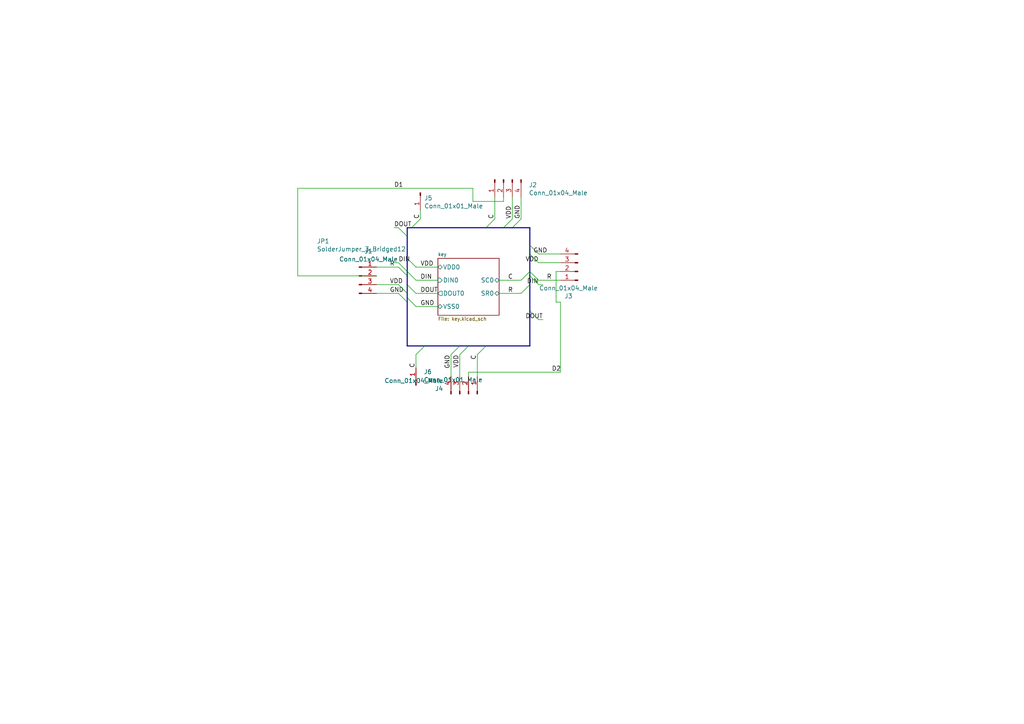
<source format=kicad_sch>
(kicad_sch (version 20211123) (generator eeschema)
  (paper "A4")
  (title_block (date "15 sep 2015"))
  (lib_symbols
    (symbol "Connector:Conn_01x01_Male" (pin_names (offset 1.016) hide)
      (property "Reference" "J" (at 0 2.54 0))
      (property "Value" "Conn_01x01_Male" (at 0 -2.54 0))
      (symbol "Conn_01x01_Male_1_1"
        (polyline (pts (xy 1.27 0) (xy 0.8636 0)) (stroke (width 0.1524)))
        (rectangle (start 0.8636 0.127) (end 0 -0.127) (stroke (width 0.1524)) (fill (type outline)))
        (pin passive line (at 5.08 0 180) (length 3.81) (name "Pin_1") (number "1"))
      )
    )
    (symbol "Connector:Conn_01x04_Male" (pin_names (offset 1.016) hide)
      (property "Reference" "J" (at 0 5.08 0))
      (property "Value" "Conn_01x04_Male" (at 0 -7.62 0))
      (symbol "Conn_01x04_Male_1_1"
        (polyline (pts (xy 1.27 -5.08) (xy 0.8636 -5.08)) (stroke (width 0.1524)))
        (polyline (pts (xy 1.27 -2.54) (xy 0.8636 -2.54)) (stroke (width 0.1524)))
        (polyline (pts (xy 1.27 0) (xy 0.8636 0)) (stroke (width 0.1524)))
        (polyline (pts (xy 1.27 2.54) (xy 0.8636 2.54)) (stroke (width 0.1524)))
        (rectangle (start 0.8636 -4.953) (end 0 -5.207) (stroke (width 0.1524)) (fill (type outline)))
        (rectangle (start 0.8636 -2.413) (end 0 -2.667) (stroke (width 0.1524)) (fill (type outline)))
        (rectangle (start 0.8636 0.127) (end 0 -0.127) (stroke (width 0.1524)) (fill (type outline)))
        (rectangle (start 0.8636 2.667) (end 0 2.413) (stroke (width 0.1524)) (fill (type outline)))
        (pin passive line (at 5.08 2.54 180) (length 3.81) (name "Pin_1") (number "1"))
        (pin passive line (at 5.08 0 180) (length 3.81) (name "Pin_2") (number "2"))
        (pin passive line (at 5.08 -2.54 180) (length 3.81) (name "Pin_3") (number "3"))
        (pin passive line (at 5.08 -5.08 180) (length 3.81) (name "Pin_4") (number "4"))
      )
    )
  )
  (bus_entry (at 115.57 77.47) (size 2.54 2.54))
  (bus_entry (at 148.59 66.04) (size 2.54 -2.54))
  (bus_entry (at 156.21 92.71) (size -2.54 -2.54))
  (bus_entry (at 118.11 82.55) (size 2.54 2.54))
  (bus_entry (at 118.11 74.93) (size 2.54 2.54))
  (bus_entry (at 156.21 76.2) (size -2.54 -2.54))
  (bus_entry (at 115.57 85.09) (size 2.54 2.54))
  (bus_entry (at 151.13 81.28) (size 2.54 -2.54))
  (bus_entry (at 118.11 78.74) (size 2.54 2.54))
  (bus_entry (at 115.57 82.55) (size 2.54 2.54))
  (bus_entry (at 135.89 100.33) (size -2.54 2.54))
  (bus_entry (at 146.05 66.04) (size 2.54 -2.54))
  (bus_entry (at 140.97 66.04) (size 2.54 -2.54))
  (bus_entry (at 115.57 76.2) (size 2.54 2.54))
  (bus_entry (at 140.97 100.33) (size -2.54 2.54))
  (bus_entry (at 156.21 73.66) (size -2.54 -2.54))
  (bus_entry (at 118.11 86.36) (size 2.54 2.54))
  (bus_entry (at 156.21 81.28) (size -2.54 -2.54))
  (bus_entry (at 120.65 102.87) (size 2.54 -2.54))
  (bus_entry (at 156.21 82.55) (size -2.54 -2.54))
  (bus_entry (at 151.13 85.09) (size 2.54 -2.54))
  (bus_entry (at 133.35 100.33) (size -2.54 2.54))
  (bus_entry (at 119.38 66.04) (size 2.54 -2.54))
  (bus_entry (at 115.57 66.04) (size 2.54 2.54))
  (bus (pts (xy 118.11 74.93) (xy 118.11 78.74)))
  (wire (pts (xy 115.57 76.2) (xy 114.3 76.2)))
  (bus (pts (xy 153.67 78.74) (xy 153.67 80.01)))
  (wire (pts (xy 133.35 109.22) (xy 133.35 102.87)))
  (bus (pts (xy 118.11 82.55) (xy 118.11 85.09)))
  (wire (pts (xy 161.29 78.74) (xy 161.29 87.63)))
  (wire (pts (xy 148.59 63.5) (xy 148.59 57.15)))
  (bus (pts (xy 153.67 73.66) (xy 153.67 78.74)))
  (bus (pts (xy 153.67 80.01) (xy 153.67 82.55)))
  (wire (pts (xy 146.05 58.42) (xy 137.16 58.42)))
  (wire (pts (xy 151.13 57.15) (xy 151.13 63.5)))
  (wire (pts (xy 138.43 109.22) (xy 138.43 102.87)))
  (wire (pts (xy 146.05 57.15) (xy 146.05 58.42)))
  (wire (pts (xy 109.22 80.01) (xy 86.36 80.01)))
  (wire (pts (xy 120.65 81.28) (xy 127 81.28)))
  (wire (pts (xy 135.89 107.95) (xy 162.56 107.95)))
  (bus (pts (xy 118.11 80.01) (xy 118.11 82.55)))
  (bus (pts (xy 146.05 66.04) (xy 148.59 66.04)))
  (wire (pts (xy 156.21 76.2) (xy 162.56 76.2)))
  (bus (pts (xy 118.11 66.04) (xy 119.38 66.04)))
  (bus (pts (xy 119.38 66.04) (xy 140.97 66.04)))
  (bus (pts (xy 118.11 87.63) (xy 118.11 100.33)))
  (wire (pts (xy 120.65 77.47) (xy 127 77.47)))
  (bus (pts (xy 153.67 90.17) (xy 153.67 100.33)))
  (bus (pts (xy 118.11 86.36) (xy 118.11 87.63)))
  (wire (pts (xy 121.92 63.5) (xy 121.92 60.96)))
  (wire (pts (xy 86.36 54.61) (xy 86.36 80.01)))
  (wire (pts (xy 137.16 58.42) (xy 137.16 54.61)))
  (wire (pts (xy 115.57 77.47) (xy 109.22 77.47)))
  (wire (pts (xy 120.65 106.68) (xy 120.65 102.87)))
  (bus (pts (xy 118.11 100.33) (xy 123.19 100.33)))
  (wire (pts (xy 161.29 87.63) (xy 162.56 87.63)))
  (bus (pts (xy 133.35 100.33) (xy 135.89 100.33)))
  (wire (pts (xy 115.57 82.55) (xy 109.22 82.55)))
  (wire (pts (xy 143.51 63.5) (xy 143.51 57.15)))
  (wire (pts (xy 135.89 109.22) (xy 135.89 107.95)))
  (wire (pts (xy 114.3 66.04) (xy 115.57 66.04)))
  (wire (pts (xy 127 85.09) (xy 120.65 85.09)))
  (bus (pts (xy 153.67 71.12) (xy 153.67 73.66)))
  (wire (pts (xy 162.56 87.63) (xy 162.56 107.95)))
  (wire (pts (xy 162.56 78.74) (xy 161.29 78.74)))
  (wire (pts (xy 151.13 85.09) (xy 144.78 85.09)))
  (bus (pts (xy 140.97 66.04) (xy 146.05 66.04)))
  (wire (pts (xy 137.16 54.61) (xy 86.36 54.61)))
  (bus (pts (xy 118.11 66.04) (xy 118.11 68.58)))
  (bus (pts (xy 148.59 66.04) (xy 153.67 66.04)))
  (wire (pts (xy 162.56 73.66) (xy 156.21 73.66)))
  (wire (pts (xy 157.48 92.71) (xy 156.21 92.71)))
  (wire (pts (xy 130.81 109.22) (xy 130.81 102.87)))
  (wire (pts (xy 156.21 81.28) (xy 162.56 81.28)))
  (wire (pts (xy 127 88.9) (xy 120.65 88.9)))
  (wire (pts (xy 109.22 85.09) (xy 115.57 85.09)))
  (bus (pts (xy 140.97 100.33) (xy 153.67 100.33)))
  (bus (pts (xy 118.11 68.58) (xy 118.11 74.93)))
  (wire (pts (xy 157.48 82.55) (xy 156.21 82.55)))
  (wire (pts (xy 151.13 81.28) (xy 144.78 81.28)))
  (bus (pts (xy 118.11 78.74) (xy 118.11 80.01)))
  (bus (pts (xy 153.67 66.04) (xy 153.67 71.12)))
  (bus (pts (xy 123.19 100.33) (xy 133.35 100.33)))
  (bus (pts (xy 153.67 82.55) (xy 153.67 90.17)))
  (bus (pts (xy 135.89 100.33) (xy 140.97 100.33)))
  (bus (pts (xy 118.11 85.09) (xy 118.11 86.36)))
  (label "GND" (at 130.81 102.87 270))
  (label "D2" (at 160.02 107.95 0))
  (label "C" (at 143.51 63.5 90))
  (label "VDD" (at 148.59 63.5 90))
  (label "C" (at 138.43 102.87 270))
  (label "DIN" (at 115.57 76.2 0))
  (label "VDD" (at 113.03 82.55 0))
  (label "VDD" (at 133.35 102.87 270))
  (label "DIN" (at 156.21 82.55 180))
  (label "C" (at 121.92 63.5 90))
  (label "VDD" (at 121.92 77.47 0))
  (label "R" (at 160.02 81.28 180))
  (label "GND" (at 121.92 88.9 0))
  (label "DOUT" (at 114.3 66.04 0))
  (label "VDD" (at 156.21 76.2 180))
  (label "DOUT" (at 157.48 92.71 180))
  (label "GND" (at 158.75 73.66 180))
  (label "GND" (at 151.13 63.5 90))
  (label "C" (at 120.65 106.68 90))
  (label "C" (at 147.32 81.28 0))
  (label "D1" (at 114.3 54.61 0))
  (label "R" (at 113.03 77.47 0))
  (label "DOUT" (at 121.92 85.09 0))
  (label "GND" (at 113.03 85.09 0))
  (label "DIN" (at 121.92 81.28 0))
  (label "R" (at 147.32 85.09 0))
  (symbol (lib_id "Connector:Conn_01x01_Male") (at 121.92 55.88 270) (unit 1)
    (property "Reference" "J5" (at 123.0376 57.4548 90) (effects (justify left)))
    (property "Value" "Conn_01x01_Male" (at 123.0376 59.7662 90) (effects (justify left)))
    (property "Footprint" "amoeba-modules:Header_1x01_P1.27mm" (effects hide))
  )
  (symbol (lib_id "Connector:Conn_01x01_Male") (at 120.65 111.76 90) (unit 1)
    (property "Reference" "J6" (at 122.8852 107.8484 90) (effects (justify right)))
    (property "Value" "Conn_01x01_Male" (at 122.8852 110.1598 90) (effects (justify right)))
    (property "Footprint" "amoeba-modules:Header_1x01_P1.27mm" (effects hide))
  )
  (symbol (lib_id "amoeba-king-rescue:SolderJumper_3_Bridged12-Jumper") (at 90.17 71.12 270) (mirror x) (unit 1)
    (property "Reference" "JP1" (at 91.8972 69.9516 90) (effects (justify left)))
    (property "Value" "SolderJumper_3_Bridged12" (at 91.8972 72.263 90) (effects (justify left)))
    (property "Footprint" "amoeba-modules:SolderJumper-3_P1.3mm_Open_RoundedPad1.0x1.5mm" (effects hide))
  )
  (symbol (lib_id "Connector:Conn_01x04_Male") (at 104.14 80.01 0) (unit 1)
    (property "Reference" "J1" (at 106.8832 72.8726 0))
    (property "Value" "Conn_01x04_Male" (at 106.8832 75.184 0))
    (property "Footprint" "amoeba-modules:Header_1x04_P1.27mmL" (effects hide))
  )
  (symbol (lib_id "Connector:Conn_01x04_Male") (at 146.05 52.07 90) (mirror x) (unit 1)
    (property "Reference" "J2" (at 153.3652 53.6448 90) (effects (justify right)))
    (property "Value" "Conn_01x04_Male" (at 153.3652 55.9562 90) (effects (justify right)))
    (property "Footprint" "amoeba-modules:Header_1x04_P1.27mm" (effects hide))
  )
  (symbol (lib_id "amoeba-king-rescue:SolderJumper_3_Bridged12-Jumper") (at 171.45 96.52 90) (unit 1)
    (property "Reference" "JP2" (at 169.7228 95.3516 90) (effects (justify left)))
    (property "Value" "SolderJumper_3_Bridged12" (at 169.7228 97.663 90) (effects (justify left)))
    (property "Footprint" "amoeba-modules:SolderJumper-3_P1.3mm_Open_RoundedPad1.0x1.5mm" (effects hide))
  )
  (symbol (lib_id "Connector:Conn_01x04_Male") (at 167.64 78.74 180) (unit 1)
    (property "Reference" "J3" (at 164.8968 85.8774 0))
    (property "Value" "Conn_01x04_Male" (at 164.8968 83.566 0))
    (property "Footprint" "amoeba-modules:Header_1x04_P1.27mm" (effects hide))
  )
  (symbol (lib_id "Connector:Conn_01x04_Male") (at 135.89 114.3 270) (mirror x) (unit 1)
    (property "Reference" "J4" (at 128.5748 112.7252 90) (effects (justify right)))
    (property "Value" "Conn_01x04_Male" (at 128.5748 110.4138 90) (effects (justify right)))
    (property "Footprint" "amoeba-modules:Header_1x04_P1.27mmL" (effects hide))
  )
  (sheet (at 127 74.93) (size 17.78 16.51)
    (property "Sheet name" "key" (at 127 74.3581 0) (effects (font (size 0.9906 0.9906)) (justify left bottom)))
    (property "Sheet file" "key.kicad_sch" (at 127 91.9128 0) (effects (font (size 0.9906 0.9906)) (justify left top)))
    (pin "VDD0" bidirectional (at 127 77.47 180))
    (pin "DIN0" input (at 127 81.28 180))
    (pin "DOUT0" output (at 127 85.09 180))
    (pin "VSS0" bidirectional (at 127 88.9 180))
    (pin "SC0" bidirectional (at 144.78 81.28 0))
    (pin "SR0" bidirectional (at 144.78 85.09 0))
  )
)
</source>
